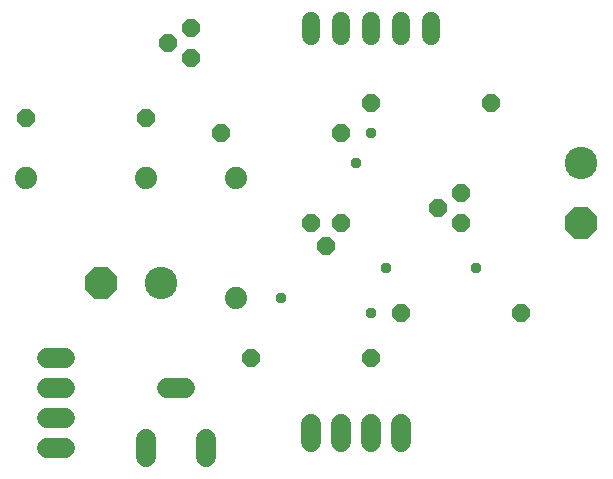
<source format=gbr>
G04 EAGLE Gerber X2 export*
%TF.Part,Single*%
%TF.FileFunction,Soldermask,Bot,1*%
%TF.FilePolarity,Positive*%
%TF.GenerationSoftware,Autodesk,EAGLE,9.6.2*%
%TF.CreationDate,2021-04-18T15:31:11Z*%
G75*
%MOMM*%
%FSLAX34Y34*%
%LPD*%
%INSoldermask Bottom*%
%AMOC8*
5,1,8,0,0,1.08239X$1,22.5*%
G01*
%ADD10C,2.743200*%
%ADD11P,2.969212X8X202.500000*%
%ADD12P,2.969212X8X292.500000*%
%ADD13C,1.879600*%
%ADD14P,1.649562X8X202.500000*%
%ADD15P,1.649562X8X112.500000*%
%ADD16P,1.649562X8X22.500000*%
%ADD17C,1.727200*%
%ADD18C,1.524000*%
%ADD19C,0.959600*%


D10*
X139700Y177800D03*
D11*
X88900Y177800D03*
D10*
X495300Y279400D03*
D12*
X495300Y228600D03*
D13*
X25400Y266700D03*
X127000Y266700D03*
X203200Y266700D03*
X203200Y165100D03*
D14*
X266700Y228600D03*
X279400Y209550D03*
X292100Y228600D03*
D15*
X165100Y393700D03*
X146050Y381000D03*
X165100Y368300D03*
X393700Y254000D03*
X374650Y241300D03*
X393700Y228600D03*
D16*
X215900Y114300D03*
X317500Y114300D03*
X25400Y317500D03*
X127000Y317500D03*
X317500Y330200D03*
X419100Y330200D03*
D14*
X292100Y304800D03*
X190500Y304800D03*
X444500Y152400D03*
X342900Y152400D03*
D17*
X58420Y38100D02*
X43180Y38100D01*
X43180Y63500D02*
X58420Y63500D01*
X58420Y88900D02*
X43180Y88900D01*
X43180Y114300D02*
X58420Y114300D01*
X342900Y58420D02*
X342900Y43180D01*
X317500Y43180D02*
X317500Y58420D01*
X292100Y58420D02*
X292100Y43180D01*
X266700Y43180D02*
X266700Y58420D01*
D18*
X368300Y387096D02*
X368300Y400304D01*
X342900Y400304D02*
X342900Y387096D01*
X317500Y387096D02*
X317500Y400304D01*
X292100Y400304D02*
X292100Y387096D01*
X266700Y387096D02*
X266700Y400304D01*
D17*
X160020Y88900D02*
X144780Y88900D01*
X127000Y45720D02*
X127000Y30480D01*
X177800Y30480D02*
X177800Y45720D01*
D19*
X292100Y228600D03*
X292100Y228600D03*
X304800Y279400D03*
X317500Y304800D03*
X203200Y165100D03*
X203200Y165100D03*
X241300Y165100D03*
X330200Y190500D03*
X342900Y152400D03*
X342900Y152400D03*
X406400Y190500D03*
X317500Y152400D03*
M02*

</source>
